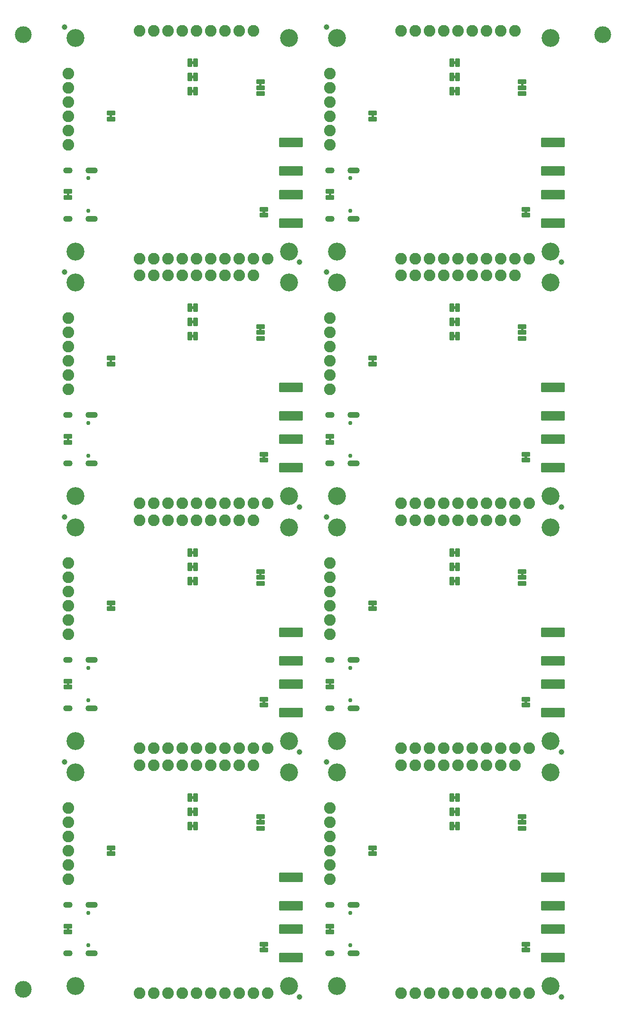
<source format=gbs>
%TF.GenerationSoftware,KiCad,Pcbnew,8.0.5*%
%TF.CreationDate,2024-10-02T11:06:20-06:00*%
%TF.ProjectId,SparkFun_GNSS_LG290P_panelized,53706172-6b46-4756-9e5f-474e53535f4c,rev?*%
%TF.SameCoordinates,Original*%
%TF.FileFunction,Soldermask,Bot*%
%TF.FilePolarity,Negative*%
%FSLAX46Y46*%
G04 Gerber Fmt 4.6, Leading zero omitted, Abs format (unit mm)*
G04 Created by KiCad (PCBNEW 8.0.5) date 2024-10-02 11:06:20*
%MOMM*%
%LPD*%
G01*
G04 APERTURE LIST*
G04 Aperture macros list*
%AMRoundRect*
0 Rectangle with rounded corners*
0 $1 Rounding radius*
0 $2 $3 $4 $5 $6 $7 $8 $9 X,Y pos of 4 corners*
0 Add a 4 corners polygon primitive as box body*
4,1,4,$2,$3,$4,$5,$6,$7,$8,$9,$2,$3,0*
0 Add four circle primitives for the rounded corners*
1,1,$1+$1,$2,$3*
1,1,$1+$1,$4,$5*
1,1,$1+$1,$6,$7*
1,1,$1+$1,$8,$9*
0 Add four rect primitives between the rounded corners*
20,1,$1+$1,$2,$3,$4,$5,0*
20,1,$1+$1,$4,$5,$6,$7,0*
20,1,$1+$1,$6,$7,$8,$9,0*
20,1,$1+$1,$8,$9,$2,$3,0*%
G04 Aperture macros list end*
%ADD10C,0.000000*%
%ADD11C,3.000000*%
%ADD12RoundRect,0.101600X-0.330200X-0.635000X0.330200X-0.635000X0.330200X0.635000X-0.330200X0.635000X0*%
%ADD13RoundRect,0.101600X-0.635000X0.330200X-0.635000X-0.330200X0.635000X-0.330200X0.635000X0.330200X0*%
%ADD14C,1.000000*%
%ADD15RoundRect,0.101600X0.635000X-0.330200X0.635000X0.330200X-0.635000X0.330200X-0.635000X-0.330200X0*%
%ADD16C,3.200000*%
%ADD17RoundRect,0.101600X-2.000000X0.750000X-2.000000X-0.750000X2.000000X-0.750000X2.000000X0.750000X0*%
%ADD18C,2.082800*%
%ADD19C,0.750000*%
%ADD20O,1.700000X1.100000*%
%ADD21O,2.200000X1.100000*%
G04 APERTURE END LIST*
D10*
%TO.C,JP5*%
G36*
X70477000Y161914500D02*
G01*
X69969000Y161914500D01*
X69969000Y162395500D01*
X70477000Y162395500D01*
X70477000Y161914500D01*
G37*
G36*
X70477000Y118234500D02*
G01*
X69969000Y118234500D01*
X69969000Y118715500D01*
X70477000Y118715500D01*
X70477000Y118234500D01*
G37*
G36*
X70477000Y74554500D02*
G01*
X69969000Y74554500D01*
X69969000Y75035500D01*
X70477000Y75035500D01*
X70477000Y74554500D01*
G37*
G36*
X70477000Y30874500D02*
G01*
X69969000Y30874500D01*
X69969000Y31355500D01*
X70477000Y31355500D01*
X70477000Y30874500D01*
G37*
G36*
X23749000Y161914500D02*
G01*
X23241000Y161914500D01*
X23241000Y162395500D01*
X23749000Y162395500D01*
X23749000Y161914500D01*
G37*
G36*
X23749000Y118234500D02*
G01*
X23241000Y118234500D01*
X23241000Y118715500D01*
X23749000Y118715500D01*
X23749000Y118234500D01*
G37*
G36*
X23749000Y74554500D02*
G01*
X23241000Y74554500D01*
X23241000Y75035500D01*
X23749000Y75035500D01*
X23749000Y74554500D01*
G37*
%TO.C,JP6*%
G36*
X83163500Y140311000D02*
G01*
X82682500Y140311000D01*
X82682500Y140819000D01*
X83163500Y140819000D01*
X83163500Y140311000D01*
G37*
G36*
X83163500Y96631000D02*
G01*
X82682500Y96631000D01*
X82682500Y97139000D01*
X83163500Y97139000D01*
X83163500Y96631000D01*
G37*
G36*
X83163500Y52951000D02*
G01*
X82682500Y52951000D01*
X82682500Y53459000D01*
X83163500Y53459000D01*
X83163500Y52951000D01*
G37*
G36*
X83163500Y9271000D02*
G01*
X82682500Y9271000D01*
X82682500Y9779000D01*
X83163500Y9779000D01*
X83163500Y9271000D01*
G37*
G36*
X36435500Y140311000D02*
G01*
X35954500Y140311000D01*
X35954500Y140819000D01*
X36435500Y140819000D01*
X36435500Y140311000D01*
G37*
G36*
X36435500Y96631000D02*
G01*
X35954500Y96631000D01*
X35954500Y97139000D01*
X36435500Y97139000D01*
X36435500Y96631000D01*
G37*
G36*
X36435500Y52951000D02*
G01*
X35954500Y52951000D01*
X35954500Y53459000D01*
X36435500Y53459000D01*
X36435500Y52951000D01*
G37*
%TO.C,JP2*%
G36*
X70477000Y166994500D02*
G01*
X69969000Y166994500D01*
X69969000Y167475500D01*
X70477000Y167475500D01*
X70477000Y166994500D01*
G37*
G36*
X70477000Y123314500D02*
G01*
X69969000Y123314500D01*
X69969000Y123795500D01*
X70477000Y123795500D01*
X70477000Y123314500D01*
G37*
G36*
X70477000Y79634500D02*
G01*
X69969000Y79634500D01*
X69969000Y80115500D01*
X70477000Y80115500D01*
X70477000Y79634500D01*
G37*
G36*
X70477000Y35954500D02*
G01*
X69969000Y35954500D01*
X69969000Y36435500D01*
X70477000Y36435500D01*
X70477000Y35954500D01*
G37*
G36*
X23749000Y166994500D02*
G01*
X23241000Y166994500D01*
X23241000Y167475500D01*
X23749000Y167475500D01*
X23749000Y166994500D01*
G37*
G36*
X23749000Y123314500D02*
G01*
X23241000Y123314500D01*
X23241000Y123795500D01*
X23749000Y123795500D01*
X23749000Y123314500D01*
G37*
G36*
X23749000Y79634500D02*
G01*
X23241000Y79634500D01*
X23241000Y80115500D01*
X23749000Y80115500D01*
X23749000Y79634500D01*
G37*
%TO.C,JP1*%
G36*
X55858500Y157456000D02*
G01*
X55377500Y157456000D01*
X55377500Y157964000D01*
X55858500Y157964000D01*
X55858500Y157456000D01*
G37*
G36*
X55858500Y113776000D02*
G01*
X55377500Y113776000D01*
X55377500Y114284000D01*
X55858500Y114284000D01*
X55858500Y113776000D01*
G37*
G36*
X55858500Y70096000D02*
G01*
X55377500Y70096000D01*
X55377500Y70604000D01*
X55858500Y70604000D01*
X55858500Y70096000D01*
G37*
G36*
X55858500Y26416000D02*
G01*
X55377500Y26416000D01*
X55377500Y26924000D01*
X55858500Y26924000D01*
X55858500Y26416000D01*
G37*
G36*
X9130500Y157456000D02*
G01*
X8649500Y157456000D01*
X8649500Y157964000D01*
X9130500Y157964000D01*
X9130500Y157456000D01*
G37*
G36*
X9130500Y113776000D02*
G01*
X8649500Y113776000D01*
X8649500Y114284000D01*
X9130500Y114284000D01*
X9130500Y113776000D01*
G37*
G36*
X9130500Y70096000D02*
G01*
X8649500Y70096000D01*
X8649500Y70604000D01*
X9130500Y70604000D01*
X9130500Y70096000D01*
G37*
%TO.C,JP7*%
G36*
X48234750Y143486000D02*
G01*
X47753750Y143486000D01*
X47753750Y143994000D01*
X48234750Y143994000D01*
X48234750Y143486000D01*
G37*
G36*
X48234750Y99806000D02*
G01*
X47753750Y99806000D01*
X47753750Y100314000D01*
X48234750Y100314000D01*
X48234750Y99806000D01*
G37*
G36*
X48234750Y56126000D02*
G01*
X47753750Y56126000D01*
X47753750Y56634000D01*
X48234750Y56634000D01*
X48234750Y56126000D01*
G37*
G36*
X48234750Y12446000D02*
G01*
X47753750Y12446000D01*
X47753750Y12954000D01*
X48234750Y12954000D01*
X48234750Y12446000D01*
G37*
G36*
X1506750Y143486000D02*
G01*
X1025750Y143486000D01*
X1025750Y143994000D01*
X1506750Y143994000D01*
X1506750Y143486000D01*
G37*
G36*
X1506750Y99806000D02*
G01*
X1025750Y99806000D01*
X1025750Y100314000D01*
X1506750Y100314000D01*
X1506750Y99806000D01*
G37*
G36*
X1506750Y56126000D02*
G01*
X1025750Y56126000D01*
X1025750Y56634000D01*
X1506750Y56634000D01*
X1506750Y56126000D01*
G37*
%TO.C,JP3*%
G36*
X70477000Y164454500D02*
G01*
X69969000Y164454500D01*
X69969000Y164935500D01*
X70477000Y164935500D01*
X70477000Y164454500D01*
G37*
G36*
X70477000Y120774500D02*
G01*
X69969000Y120774500D01*
X69969000Y121255500D01*
X70477000Y121255500D01*
X70477000Y120774500D01*
G37*
G36*
X70477000Y77094500D02*
G01*
X69969000Y77094500D01*
X69969000Y77575500D01*
X70477000Y77575500D01*
X70477000Y77094500D01*
G37*
G36*
X70477000Y33414500D02*
G01*
X69969000Y33414500D01*
X69969000Y33895500D01*
X70477000Y33895500D01*
X70477000Y33414500D01*
G37*
G36*
X23749000Y164454500D02*
G01*
X23241000Y164454500D01*
X23241000Y164935500D01*
X23749000Y164935500D01*
X23749000Y164454500D01*
G37*
G36*
X23749000Y120774500D02*
G01*
X23241000Y120774500D01*
X23241000Y121255500D01*
X23749000Y121255500D01*
X23749000Y120774500D01*
G37*
G36*
X23749000Y77094500D02*
G01*
X23241000Y77094500D01*
X23241000Y77575500D01*
X23749000Y77575500D01*
X23749000Y77094500D01*
G37*
%TO.C,JP4*%
G36*
X82528500Y163056700D02*
G01*
X82047500Y163056700D01*
X82047500Y163564700D01*
X82528500Y163564700D01*
X82528500Y163056700D01*
G37*
G36*
X82528500Y119376700D02*
G01*
X82047500Y119376700D01*
X82047500Y119884700D01*
X82528500Y119884700D01*
X82528500Y119376700D01*
G37*
G36*
X82528500Y75696700D02*
G01*
X82047500Y75696700D01*
X82047500Y76204700D01*
X82528500Y76204700D01*
X82528500Y75696700D01*
G37*
G36*
X82528500Y32016700D02*
G01*
X82047500Y32016700D01*
X82047500Y32524700D01*
X82528500Y32524700D01*
X82528500Y32016700D01*
G37*
G36*
X35800500Y163056700D02*
G01*
X35319500Y163056700D01*
X35319500Y163564700D01*
X35800500Y163564700D01*
X35800500Y163056700D01*
G37*
G36*
X35800500Y119376700D02*
G01*
X35319500Y119376700D01*
X35319500Y119884700D01*
X35800500Y119884700D01*
X35800500Y119376700D01*
G37*
G36*
X35800500Y75696700D02*
G01*
X35319500Y75696700D01*
X35319500Y76204700D01*
X35800500Y76204700D01*
X35800500Y75696700D01*
G37*
G36*
X35800500Y32016700D02*
G01*
X35319500Y32016700D01*
X35319500Y32524700D01*
X35800500Y32524700D01*
X35800500Y32016700D01*
G37*
%TO.C,JP3*%
G36*
X23749000Y33414500D02*
G01*
X23241000Y33414500D01*
X23241000Y33895500D01*
X23749000Y33895500D01*
X23749000Y33414500D01*
G37*
%TO.C,JP7*%
G36*
X1506750Y12446000D02*
G01*
X1025750Y12446000D01*
X1025750Y12954000D01*
X1506750Y12954000D01*
X1506750Y12446000D01*
G37*
%TO.C,JP1*%
G36*
X9130500Y26416000D02*
G01*
X8649500Y26416000D01*
X8649500Y26924000D01*
X9130500Y26924000D01*
X9130500Y26416000D01*
G37*
%TO.C,JP2*%
G36*
X23749000Y35954500D02*
G01*
X23241000Y35954500D01*
X23241000Y36435500D01*
X23749000Y36435500D01*
X23749000Y35954500D01*
G37*
%TO.C,JP6*%
G36*
X36435500Y9271000D02*
G01*
X35954500Y9271000D01*
X35954500Y9779000D01*
X36435500Y9779000D01*
X36435500Y9271000D01*
G37*
%TO.C,JP5*%
G36*
X23749000Y30874500D02*
G01*
X23241000Y30874500D01*
X23241000Y31355500D01*
X23749000Y31355500D01*
X23749000Y30874500D01*
G37*
%TD*%
D11*
%TO.C,*%
X96631000Y172220000D03*
%TD*%
%TO.C,*%
X-6723000Y172220000D03*
%TD*%
%TO.C,*%
X-6723000Y2000000D03*
%TD*%
D12*
%TO.C,JP5*%
X69702300Y162155000D03*
X70743700Y162155000D03*
%TD*%
%TO.C,JP5*%
X69702300Y118475000D03*
X70743700Y118475000D03*
%TD*%
%TO.C,JP5*%
X69702300Y74795000D03*
X70743700Y74795000D03*
%TD*%
%TO.C,JP5*%
X69702300Y31115000D03*
X70743700Y31115000D03*
%TD*%
%TO.C,JP5*%
X22974300Y162155000D03*
X24015700Y162155000D03*
%TD*%
%TO.C,JP5*%
X22974300Y118475000D03*
X24015700Y118475000D03*
%TD*%
%TO.C,JP5*%
X22974300Y74795000D03*
X24015700Y74795000D03*
%TD*%
D13*
%TO.C,JP6*%
X82923000Y141085700D03*
X82923000Y140044300D03*
%TD*%
%TO.C,JP6*%
X82923000Y97405700D03*
X82923000Y96364300D03*
%TD*%
%TO.C,JP6*%
X82923000Y53725700D03*
X82923000Y52684300D03*
%TD*%
%TO.C,JP6*%
X82923000Y10045700D03*
X82923000Y9004300D03*
%TD*%
%TO.C,JP6*%
X36195000Y141085700D03*
X36195000Y140044300D03*
%TD*%
%TO.C,JP6*%
X36195000Y97405700D03*
X36195000Y96364300D03*
%TD*%
%TO.C,JP6*%
X36195000Y53725700D03*
X36195000Y52684300D03*
%TD*%
D12*
%TO.C,JP2*%
X69702300Y167235000D03*
X70743700Y167235000D03*
%TD*%
%TO.C,JP2*%
X69702300Y123555000D03*
X70743700Y123555000D03*
%TD*%
%TO.C,JP2*%
X69702300Y79875000D03*
X70743700Y79875000D03*
%TD*%
%TO.C,JP2*%
X69702300Y36195000D03*
X70743700Y36195000D03*
%TD*%
%TO.C,JP2*%
X22974300Y167235000D03*
X24015700Y167235000D03*
%TD*%
%TO.C,JP2*%
X22974300Y123555000D03*
X24015700Y123555000D03*
%TD*%
%TO.C,JP2*%
X22974300Y79875000D03*
X24015700Y79875000D03*
%TD*%
D14*
%TO.C,FID1*%
X89273000Y131675000D03*
%TD*%
%TO.C,FID1*%
X89273000Y87995000D03*
%TD*%
%TO.C,FID1*%
X89273000Y44315000D03*
%TD*%
%TO.C,FID1*%
X89273000Y635000D03*
%TD*%
%TO.C,FID1*%
X42545000Y131675000D03*
%TD*%
%TO.C,FID1*%
X42545000Y87995000D03*
%TD*%
%TO.C,FID1*%
X42545000Y44315000D03*
%TD*%
%TO.C,FID2*%
X47363000Y173585000D03*
%TD*%
%TO.C,FID2*%
X47363000Y129905000D03*
%TD*%
%TO.C,FID2*%
X47363000Y86225000D03*
%TD*%
%TO.C,FID2*%
X47363000Y42545000D03*
%TD*%
%TO.C,FID2*%
X635000Y173585000D03*
%TD*%
%TO.C,FID2*%
X635000Y129905000D03*
%TD*%
%TO.C,FID2*%
X635000Y86225000D03*
%TD*%
D15*
%TO.C,JP1*%
X55618000Y157189300D03*
X55618000Y158230700D03*
%TD*%
%TO.C,JP1*%
X55618000Y113509300D03*
X55618000Y114550700D03*
%TD*%
%TO.C,JP1*%
X55618000Y69829300D03*
X55618000Y70870700D03*
%TD*%
%TO.C,JP1*%
X55618000Y26149300D03*
X55618000Y27190700D03*
%TD*%
%TO.C,JP1*%
X8890000Y157189300D03*
X8890000Y158230700D03*
%TD*%
%TO.C,JP1*%
X8890000Y113509300D03*
X8890000Y114550700D03*
%TD*%
%TO.C,JP1*%
X8890000Y69829300D03*
X8890000Y70870700D03*
%TD*%
D13*
%TO.C,JP7*%
X47994250Y144260700D03*
X47994250Y143219300D03*
%TD*%
%TO.C,JP7*%
X47994250Y100580700D03*
X47994250Y99539300D03*
%TD*%
%TO.C,JP7*%
X47994250Y56900700D03*
X47994250Y55859300D03*
%TD*%
%TO.C,JP7*%
X47994250Y13220700D03*
X47994250Y12179300D03*
%TD*%
%TO.C,JP7*%
X1266250Y144260700D03*
X1266250Y143219300D03*
%TD*%
%TO.C,JP7*%
X1266250Y100580700D03*
X1266250Y99539300D03*
%TD*%
%TO.C,JP7*%
X1266250Y56900700D03*
X1266250Y55859300D03*
%TD*%
D12*
%TO.C,JP3*%
X69702300Y164695000D03*
X70743700Y164695000D03*
%TD*%
%TO.C,JP3*%
X69702300Y121015000D03*
X70743700Y121015000D03*
%TD*%
%TO.C,JP3*%
X69702300Y77335000D03*
X70743700Y77335000D03*
%TD*%
%TO.C,JP3*%
X69702300Y33655000D03*
X70743700Y33655000D03*
%TD*%
%TO.C,JP3*%
X22974300Y164695000D03*
X24015700Y164695000D03*
%TD*%
%TO.C,JP3*%
X22974300Y121015000D03*
X24015700Y121015000D03*
%TD*%
%TO.C,JP3*%
X22974300Y77335000D03*
X24015700Y77335000D03*
%TD*%
D13*
%TO.C,JP4*%
X82288000Y163831400D03*
X82288000Y162790000D03*
D15*
X82288000Y161748600D03*
%TD*%
D13*
%TO.C,JP4*%
X82288000Y120151400D03*
X82288000Y119110000D03*
D15*
X82288000Y118068600D03*
%TD*%
D13*
%TO.C,JP4*%
X82288000Y76471400D03*
X82288000Y75430000D03*
D15*
X82288000Y74388600D03*
%TD*%
D13*
%TO.C,JP4*%
X82288000Y32791400D03*
X82288000Y31750000D03*
D15*
X82288000Y30708600D03*
%TD*%
D13*
%TO.C,JP4*%
X35560000Y163831400D03*
X35560000Y162790000D03*
D15*
X35560000Y161748600D03*
%TD*%
D13*
%TO.C,JP4*%
X35560000Y120151400D03*
X35560000Y119110000D03*
D15*
X35560000Y118068600D03*
%TD*%
D13*
%TO.C,JP4*%
X35560000Y76471400D03*
X35560000Y75430000D03*
D15*
X35560000Y74388600D03*
%TD*%
D16*
%TO.C,ST4*%
X49268000Y133580000D03*
%TD*%
%TO.C,ST4*%
X49268000Y89900000D03*
%TD*%
%TO.C,ST4*%
X49268000Y46220000D03*
%TD*%
%TO.C,ST4*%
X49268000Y2540000D03*
%TD*%
%TO.C,ST4*%
X2540000Y133580000D03*
%TD*%
%TO.C,ST4*%
X2540000Y89900000D03*
%TD*%
%TO.C,ST4*%
X2540000Y46220000D03*
%TD*%
%TO.C,ST3*%
X49268000Y171680000D03*
%TD*%
%TO.C,ST3*%
X49268000Y128000000D03*
%TD*%
%TO.C,ST3*%
X49268000Y84320000D03*
%TD*%
%TO.C,ST3*%
X49268000Y40640000D03*
%TD*%
%TO.C,ST3*%
X2540000Y171680000D03*
%TD*%
%TO.C,ST3*%
X2540000Y128000000D03*
%TD*%
%TO.C,ST3*%
X2540000Y84320000D03*
%TD*%
D17*
%TO.C,J3*%
X87749000Y143740000D03*
X87749000Y138660000D03*
%TD*%
%TO.C,J3*%
X87749000Y100060000D03*
X87749000Y94980000D03*
%TD*%
%TO.C,J3*%
X87749000Y56380000D03*
X87749000Y51300000D03*
%TD*%
%TO.C,J3*%
X87749000Y12700000D03*
X87749000Y7620000D03*
%TD*%
%TO.C,J3*%
X41021000Y143740000D03*
X41021000Y138660000D03*
%TD*%
%TO.C,J3*%
X41021000Y100060000D03*
X41021000Y94980000D03*
%TD*%
%TO.C,J3*%
X41021000Y56380000D03*
X41021000Y51300000D03*
%TD*%
D18*
%TO.C,J10*%
X70858000Y132310000D03*
X73398000Y132310000D03*
X75938000Y132310000D03*
X78478000Y132310000D03*
X81018000Y132310000D03*
X83558000Y132310000D03*
%TD*%
%TO.C,J10*%
X70858000Y88630000D03*
X73398000Y88630000D03*
X75938000Y88630000D03*
X78478000Y88630000D03*
X81018000Y88630000D03*
X83558000Y88630000D03*
%TD*%
%TO.C,J10*%
X70858000Y44950000D03*
X73398000Y44950000D03*
X75938000Y44950000D03*
X78478000Y44950000D03*
X81018000Y44950000D03*
X83558000Y44950000D03*
%TD*%
%TO.C,J10*%
X70858000Y1270000D03*
X73398000Y1270000D03*
X75938000Y1270000D03*
X78478000Y1270000D03*
X81018000Y1270000D03*
X83558000Y1270000D03*
%TD*%
%TO.C,J10*%
X24130000Y132310000D03*
X26670000Y132310000D03*
X29210000Y132310000D03*
X31750000Y132310000D03*
X34290000Y132310000D03*
X36830000Y132310000D03*
%TD*%
%TO.C,J10*%
X24130000Y88630000D03*
X26670000Y88630000D03*
X29210000Y88630000D03*
X31750000Y88630000D03*
X34290000Y88630000D03*
X36830000Y88630000D03*
%TD*%
%TO.C,J10*%
X24130000Y44950000D03*
X26670000Y44950000D03*
X29210000Y44950000D03*
X31750000Y44950000D03*
X34290000Y44950000D03*
X36830000Y44950000D03*
%TD*%
D16*
%TO.C,ST1*%
X87368000Y171680000D03*
%TD*%
%TO.C,ST1*%
X87368000Y128000000D03*
%TD*%
%TO.C,ST1*%
X87368000Y84320000D03*
%TD*%
%TO.C,ST1*%
X87368000Y40640000D03*
%TD*%
%TO.C,ST1*%
X40640000Y171680000D03*
%TD*%
%TO.C,ST1*%
X40640000Y128000000D03*
%TD*%
%TO.C,ST1*%
X40640000Y84320000D03*
%TD*%
D18*
%TO.C,J9*%
X60698000Y132310000D03*
X63238000Y132310000D03*
X65778000Y132310000D03*
X68318000Y132310000D03*
%TD*%
%TO.C,J9*%
X60698000Y88630000D03*
X63238000Y88630000D03*
X65778000Y88630000D03*
X68318000Y88630000D03*
%TD*%
%TO.C,J9*%
X60698000Y44950000D03*
X63238000Y44950000D03*
X65778000Y44950000D03*
X68318000Y44950000D03*
%TD*%
%TO.C,J9*%
X60698000Y1270000D03*
X63238000Y1270000D03*
X65778000Y1270000D03*
X68318000Y1270000D03*
%TD*%
%TO.C,J9*%
X13970000Y132310000D03*
X16510000Y132310000D03*
X19050000Y132310000D03*
X21590000Y132310000D03*
%TD*%
%TO.C,J9*%
X13970000Y88630000D03*
X16510000Y88630000D03*
X19050000Y88630000D03*
X21590000Y88630000D03*
%TD*%
%TO.C,J9*%
X13970000Y44950000D03*
X16510000Y44950000D03*
X19050000Y44950000D03*
X21590000Y44950000D03*
%TD*%
D17*
%TO.C,J5*%
X87749000Y153011000D03*
X87749000Y147931000D03*
%TD*%
%TO.C,J5*%
X87749000Y109331000D03*
X87749000Y104251000D03*
%TD*%
%TO.C,J5*%
X87749000Y65651000D03*
X87749000Y60571000D03*
%TD*%
%TO.C,J5*%
X87749000Y21971000D03*
X87749000Y16891000D03*
%TD*%
%TO.C,J5*%
X41021000Y153011000D03*
X41021000Y147931000D03*
%TD*%
%TO.C,J5*%
X41021000Y109331000D03*
X41021000Y104251000D03*
%TD*%
%TO.C,J5*%
X41021000Y65651000D03*
X41021000Y60571000D03*
%TD*%
D18*
%TO.C,J6*%
X81018000Y172950000D03*
X78478000Y172950000D03*
X75938000Y172950000D03*
X73398000Y172950000D03*
X70858000Y172950000D03*
X68318000Y172950000D03*
X65778000Y172950000D03*
X63238000Y172950000D03*
X60698000Y172950000D03*
%TD*%
%TO.C,J6*%
X81018000Y129270000D03*
X78478000Y129270000D03*
X75938000Y129270000D03*
X73398000Y129270000D03*
X70858000Y129270000D03*
X68318000Y129270000D03*
X65778000Y129270000D03*
X63238000Y129270000D03*
X60698000Y129270000D03*
%TD*%
%TO.C,J6*%
X81018000Y85590000D03*
X78478000Y85590000D03*
X75938000Y85590000D03*
X73398000Y85590000D03*
X70858000Y85590000D03*
X68318000Y85590000D03*
X65778000Y85590000D03*
X63238000Y85590000D03*
X60698000Y85590000D03*
%TD*%
%TO.C,J6*%
X81018000Y41910000D03*
X78478000Y41910000D03*
X75938000Y41910000D03*
X73398000Y41910000D03*
X70858000Y41910000D03*
X68318000Y41910000D03*
X65778000Y41910000D03*
X63238000Y41910000D03*
X60698000Y41910000D03*
%TD*%
%TO.C,J6*%
X34290000Y172950000D03*
X31750000Y172950000D03*
X29210000Y172950000D03*
X26670000Y172950000D03*
X24130000Y172950000D03*
X21590000Y172950000D03*
X19050000Y172950000D03*
X16510000Y172950000D03*
X13970000Y172950000D03*
%TD*%
%TO.C,J6*%
X34290000Y129270000D03*
X31750000Y129270000D03*
X29210000Y129270000D03*
X26670000Y129270000D03*
X24130000Y129270000D03*
X21590000Y129270000D03*
X19050000Y129270000D03*
X16510000Y129270000D03*
X13970000Y129270000D03*
%TD*%
%TO.C,J6*%
X34290000Y85590000D03*
X31750000Y85590000D03*
X29210000Y85590000D03*
X26670000Y85590000D03*
X24130000Y85590000D03*
X21590000Y85590000D03*
X19050000Y85590000D03*
X16510000Y85590000D03*
X13970000Y85590000D03*
%TD*%
D16*
%TO.C,ST2*%
X87368000Y133580000D03*
%TD*%
%TO.C,ST2*%
X87368000Y89900000D03*
%TD*%
%TO.C,ST2*%
X87368000Y46220000D03*
%TD*%
%TO.C,ST2*%
X87368000Y2540000D03*
%TD*%
%TO.C,ST2*%
X40640000Y133580000D03*
%TD*%
%TO.C,ST2*%
X40640000Y89900000D03*
%TD*%
%TO.C,ST2*%
X40640000Y46220000D03*
%TD*%
D19*
%TO.C,J1*%
X51633000Y146630000D03*
X51633000Y140850000D03*
D20*
X47983000Y148058000D03*
D21*
X52163000Y148058000D03*
X52163000Y139422000D03*
D20*
X47983000Y139422000D03*
%TD*%
D19*
%TO.C,J1*%
X51633000Y102950000D03*
X51633000Y97170000D03*
D20*
X47983000Y104378000D03*
D21*
X52163000Y104378000D03*
X52163000Y95742000D03*
D20*
X47983000Y95742000D03*
%TD*%
D19*
%TO.C,J1*%
X51633000Y59270000D03*
X51633000Y53490000D03*
D20*
X47983000Y60698000D03*
D21*
X52163000Y60698000D03*
X52163000Y52062000D03*
D20*
X47983000Y52062000D03*
%TD*%
D19*
%TO.C,J1*%
X51633000Y15590000D03*
X51633000Y9810000D03*
D20*
X47983000Y17018000D03*
D21*
X52163000Y17018000D03*
X52163000Y8382000D03*
D20*
X47983000Y8382000D03*
%TD*%
D19*
%TO.C,J1*%
X4905000Y146630000D03*
X4905000Y140850000D03*
D20*
X1255000Y148058000D03*
D21*
X5435000Y148058000D03*
X5435000Y139422000D03*
D20*
X1255000Y139422000D03*
%TD*%
D19*
%TO.C,J1*%
X4905000Y102950000D03*
X4905000Y97170000D03*
D20*
X1255000Y104378000D03*
D21*
X5435000Y104378000D03*
X5435000Y95742000D03*
D20*
X1255000Y95742000D03*
%TD*%
D19*
%TO.C,J1*%
X4905000Y59270000D03*
X4905000Y53490000D03*
D20*
X1255000Y60698000D03*
D21*
X5435000Y60698000D03*
X5435000Y52062000D03*
D20*
X1255000Y52062000D03*
%TD*%
D18*
%TO.C,J2*%
X47998000Y165330000D03*
X47998000Y162790000D03*
X47998000Y160250000D03*
X47998000Y157710000D03*
X47998000Y155170000D03*
X47998000Y152630000D03*
%TD*%
%TO.C,J2*%
X47998000Y121650000D03*
X47998000Y119110000D03*
X47998000Y116570000D03*
X47998000Y114030000D03*
X47998000Y111490000D03*
X47998000Y108950000D03*
%TD*%
%TO.C,J2*%
X47998000Y77970000D03*
X47998000Y75430000D03*
X47998000Y72890000D03*
X47998000Y70350000D03*
X47998000Y67810000D03*
X47998000Y65270000D03*
%TD*%
%TO.C,J2*%
X47998000Y34290000D03*
X47998000Y31750000D03*
X47998000Y29210000D03*
X47998000Y26670000D03*
X47998000Y24130000D03*
X47998000Y21590000D03*
%TD*%
%TO.C,J2*%
X1270000Y165330000D03*
X1270000Y162790000D03*
X1270000Y160250000D03*
X1270000Y157710000D03*
X1270000Y155170000D03*
X1270000Y152630000D03*
%TD*%
%TO.C,J2*%
X1270000Y121650000D03*
X1270000Y119110000D03*
X1270000Y116570000D03*
X1270000Y114030000D03*
X1270000Y111490000D03*
X1270000Y108950000D03*
%TD*%
%TO.C,J2*%
X1270000Y77970000D03*
X1270000Y75430000D03*
X1270000Y72890000D03*
X1270000Y70350000D03*
X1270000Y67810000D03*
X1270000Y65270000D03*
%TD*%
%TO.C,J2*%
X1270000Y34290000D03*
X1270000Y31750000D03*
X1270000Y29210000D03*
X1270000Y26670000D03*
X1270000Y24130000D03*
X1270000Y21590000D03*
%TD*%
D19*
%TO.C,J1*%
X4905000Y15590000D03*
X4905000Y9810000D03*
D20*
X1255000Y17018000D03*
D21*
X5435000Y17018000D03*
X5435000Y8382000D03*
D20*
X1255000Y8382000D03*
%TD*%
D16*
%TO.C,ST2*%
X40640000Y2540000D03*
%TD*%
D18*
%TO.C,J6*%
X34290000Y41910000D03*
X31750000Y41910000D03*
X29210000Y41910000D03*
X26670000Y41910000D03*
X24130000Y41910000D03*
X21590000Y41910000D03*
X19050000Y41910000D03*
X16510000Y41910000D03*
X13970000Y41910000D03*
%TD*%
D17*
%TO.C,J5*%
X41021000Y21971000D03*
X41021000Y16891000D03*
%TD*%
D18*
%TO.C,J9*%
X13970000Y1270000D03*
X16510000Y1270000D03*
X19050000Y1270000D03*
X21590000Y1270000D03*
%TD*%
D16*
%TO.C,ST1*%
X40640000Y40640000D03*
%TD*%
D18*
%TO.C,J10*%
X24130000Y1270000D03*
X26670000Y1270000D03*
X29210000Y1270000D03*
X31750000Y1270000D03*
X34290000Y1270000D03*
X36830000Y1270000D03*
%TD*%
D17*
%TO.C,J3*%
X41021000Y12700000D03*
X41021000Y7620000D03*
%TD*%
D16*
%TO.C,ST3*%
X2540000Y40640000D03*
%TD*%
%TO.C,ST4*%
X2540000Y2540000D03*
%TD*%
D13*
%TO.C,JP4*%
X35560000Y32791400D03*
X35560000Y31750000D03*
D15*
X35560000Y30708600D03*
%TD*%
D12*
%TO.C,JP3*%
X22974300Y33655000D03*
X24015700Y33655000D03*
%TD*%
D13*
%TO.C,JP7*%
X1266250Y13220700D03*
X1266250Y12179300D03*
%TD*%
D15*
%TO.C,JP1*%
X8890000Y26149300D03*
X8890000Y27190700D03*
%TD*%
D14*
%TO.C,FID2*%
X635000Y42545000D03*
%TD*%
%TO.C,FID1*%
X42545000Y635000D03*
%TD*%
D12*
%TO.C,JP2*%
X22974300Y36195000D03*
X24015700Y36195000D03*
%TD*%
D13*
%TO.C,JP6*%
X36195000Y10045700D03*
X36195000Y9004300D03*
%TD*%
D12*
%TO.C,JP5*%
X22974300Y31115000D03*
X24015700Y31115000D03*
%TD*%
M02*

</source>
